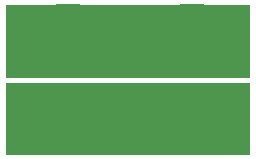
<source format=gtl>
G04*
G04 #@! TF.GenerationSoftware,Altium Limited,Altium Designer,22.5.1 (42)*
G04*
G04 Layer_Physical_Order=1*
G04 Layer_Color=255*
%FSLAX25Y25*%
%MOIN*%
G70*
G04*
G04 #@! TF.SameCoordinates,FB260EB1-7277-4AC5-AAB9-1C9609E669AC*
G04*
G04*
G04 #@! TF.FilePolarity,Positive*
G04*
G01*
G75*
%ADD15R,0.07874X0.16142*%
%ADD16C,0.03937*%
G36*
X485410Y323130D02*
X403960D01*
Y347615D01*
X485410D01*
Y323130D01*
D02*
G37*
G36*
Y297661D02*
X403960D01*
Y299606D01*
Y321654D01*
X485410D01*
Y297661D01*
D02*
G37*
D15*
X466082Y305552D02*
D03*
X466082Y339804D02*
D03*
X424508Y305512D02*
D03*
X424508Y339764D02*
D03*
D16*
X473526Y300787D02*
D03*
Y306037D02*
D03*
Y311286D02*
D03*
Y316535D02*
D03*
X481049Y316535D02*
D03*
Y311286D02*
D03*
Y306037D02*
D03*
Y300787D02*
D03*
X442009Y300787D02*
D03*
Y306037D02*
D03*
Y311286D02*
D03*
Y316535D02*
D03*
X449532Y316535D02*
D03*
Y311286D02*
D03*
Y306037D02*
D03*
Y300787D02*
D03*
X416775D02*
D03*
Y306037D02*
D03*
Y311286D02*
D03*
Y316535D02*
D03*
X409252Y316535D02*
D03*
Y311286D02*
D03*
Y306037D02*
D03*
Y300787D02*
D03*
X481112Y328346D02*
D03*
Y333596D02*
D03*
Y338845D02*
D03*
Y344094D02*
D03*
X473589Y344094D02*
D03*
Y338845D02*
D03*
Y333596D02*
D03*
Y328346D02*
D03*
X449221Y328346D02*
D03*
Y333596D02*
D03*
Y338845D02*
D03*
Y344094D02*
D03*
X441698Y344094D02*
D03*
Y338845D02*
D03*
Y333596D02*
D03*
Y328346D02*
D03*
X416677Y344094D02*
D03*
Y338845D02*
D03*
Y333596D02*
D03*
Y328346D02*
D03*
X409154Y328346D02*
D03*
Y333596D02*
D03*
Y338845D02*
D03*
Y344094D02*
D03*
M02*

</source>
